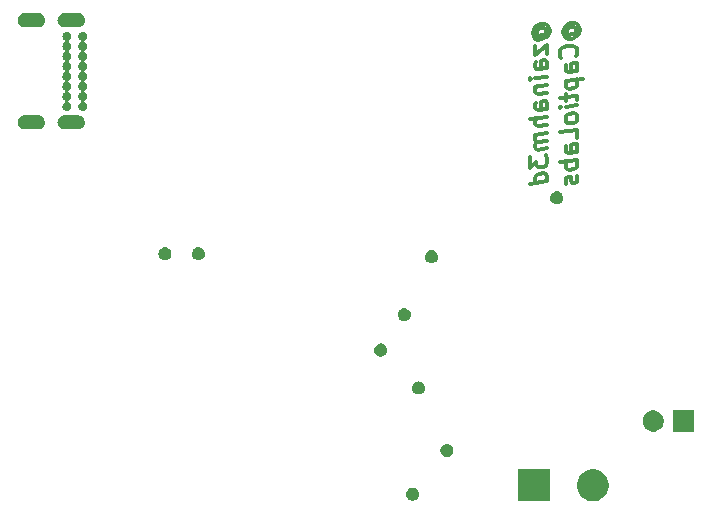
<source format=gbr>
G04 #@! TF.GenerationSoftware,KiCad,Pcbnew,(5.1.5-0-10_14)*
G04 #@! TF.CreationDate,2020-05-29T17:41:24-04:00*
G04 #@! TF.ProjectId,PD_PowerSupply,50445f50-6f77-4657-9253-7570706c792e,rev?*
G04 #@! TF.SameCoordinates,Original*
G04 #@! TF.FileFunction,Soldermask,Bot*
G04 #@! TF.FilePolarity,Negative*
%FSLAX46Y46*%
G04 Gerber Fmt 4.6, Leading zero omitted, Abs format (unit mm)*
G04 Created by KiCad (PCBNEW (5.1.5-0-10_14)) date 2020-05-29 17:41:24*
%MOMM*%
%LPD*%
G04 APERTURE LIST*
%ADD10C,0.300000*%
%ADD11C,0.100000*%
G04 APERTURE END LIST*
D10*
X158278085Y-76117614D02*
X158206657Y-76055114D01*
X158135228Y-75921185D01*
X158135228Y-75778328D01*
X158206657Y-75626542D01*
X158278085Y-75546185D01*
X158420942Y-75456900D01*
X158563800Y-75439042D01*
X158706657Y-75492614D01*
X158778085Y-75555114D01*
X158849514Y-75689042D01*
X158849514Y-75831900D01*
X158778085Y-75983685D01*
X158706657Y-76064042D01*
X158135228Y-76135471D02*
X158706657Y-76064042D01*
X158778085Y-76126542D01*
X158778085Y-76197971D01*
X158706657Y-76349757D01*
X158563800Y-76439042D01*
X158206657Y-76483685D01*
X157992371Y-76367614D01*
X157849514Y-76171185D01*
X157778085Y-75894400D01*
X157849514Y-75599757D01*
X157992371Y-75367614D01*
X158206657Y-75197971D01*
X158492371Y-75090828D01*
X158778085Y-75126542D01*
X158992371Y-75242614D01*
X159135228Y-75439042D01*
X159206657Y-75715828D01*
X159135228Y-76010471D01*
X158992371Y-76242614D01*
X157992371Y-77010471D02*
X157992371Y-77796185D01*
X158992371Y-76885471D01*
X158992371Y-77671185D01*
X158992371Y-78885471D02*
X158206657Y-78983685D01*
X158063800Y-78930114D01*
X157992371Y-78796185D01*
X157992371Y-78510471D01*
X158063800Y-78358685D01*
X158920942Y-78894400D02*
X158992371Y-78742614D01*
X158992371Y-78385471D01*
X158920942Y-78251542D01*
X158778085Y-78197971D01*
X158635228Y-78215828D01*
X158492371Y-78305114D01*
X158420942Y-78456900D01*
X158420942Y-78814042D01*
X158349514Y-78965828D01*
X158992371Y-79599757D02*
X157992371Y-79724757D01*
X157492371Y-79787257D02*
X157563800Y-79706900D01*
X157635228Y-79769400D01*
X157563800Y-79849757D01*
X157492371Y-79787257D01*
X157635228Y-79769400D01*
X157992371Y-80439042D02*
X158992371Y-80314042D01*
X158135228Y-80421185D02*
X158063800Y-80501542D01*
X157992371Y-80653328D01*
X157992371Y-80867614D01*
X158063800Y-81001542D01*
X158206657Y-81055114D01*
X158992371Y-80956900D01*
X158992371Y-82314042D02*
X158206657Y-82412257D01*
X158063800Y-82358685D01*
X157992371Y-82224757D01*
X157992371Y-81939042D01*
X158063800Y-81787257D01*
X158920942Y-82322971D02*
X158992371Y-82171185D01*
X158992371Y-81814042D01*
X158920942Y-81680114D01*
X158778085Y-81626542D01*
X158635228Y-81644400D01*
X158492371Y-81733685D01*
X158420942Y-81885471D01*
X158420942Y-82242614D01*
X158349514Y-82394400D01*
X158992371Y-83028328D02*
X157492371Y-83215828D01*
X158992371Y-83671185D02*
X158206657Y-83769400D01*
X158063800Y-83715828D01*
X157992371Y-83581900D01*
X157992371Y-83367614D01*
X158063800Y-83215828D01*
X158135228Y-83135471D01*
X158992371Y-84385471D02*
X157992371Y-84510471D01*
X158135228Y-84492614D02*
X158063800Y-84572971D01*
X157992371Y-84724757D01*
X157992371Y-84939042D01*
X158063800Y-85072971D01*
X158206657Y-85126542D01*
X158992371Y-85028328D01*
X158206657Y-85126542D02*
X158063800Y-85215828D01*
X157992371Y-85367614D01*
X157992371Y-85581900D01*
X158063800Y-85715828D01*
X158206657Y-85769400D01*
X158992371Y-85671185D01*
X157492371Y-86430114D02*
X157492371Y-87358685D01*
X158063800Y-86787257D01*
X158063800Y-87001542D01*
X158135228Y-87135471D01*
X158206657Y-87197971D01*
X158349514Y-87251542D01*
X158706657Y-87206900D01*
X158849514Y-87117614D01*
X158920942Y-87037257D01*
X158992371Y-86885471D01*
X158992371Y-86456900D01*
X158920942Y-86322971D01*
X158849514Y-86260471D01*
X158992371Y-88456900D02*
X157492371Y-88644400D01*
X158920942Y-88465828D02*
X158992371Y-88314042D01*
X158992371Y-88028328D01*
X158920942Y-87894400D01*
X158849514Y-87831900D01*
X158706657Y-87778328D01*
X158278085Y-87831900D01*
X158135228Y-87921185D01*
X158063800Y-88001542D01*
X157992371Y-88153328D01*
X157992371Y-88439042D01*
X158063800Y-88572971D01*
X160828085Y-76046185D02*
X160756657Y-75983685D01*
X160685228Y-75849757D01*
X160685228Y-75706900D01*
X160756657Y-75555114D01*
X160828085Y-75474757D01*
X160970942Y-75385471D01*
X161113800Y-75367614D01*
X161256657Y-75421185D01*
X161328085Y-75483685D01*
X161399514Y-75617614D01*
X161399514Y-75760471D01*
X161328085Y-75912257D01*
X161256657Y-75992614D01*
X160685228Y-76064042D02*
X161256657Y-75992614D01*
X161328085Y-76055114D01*
X161328085Y-76126542D01*
X161256657Y-76278328D01*
X161113800Y-76367614D01*
X160756657Y-76412257D01*
X160542371Y-76296185D01*
X160399514Y-76099757D01*
X160328085Y-75822971D01*
X160399514Y-75528328D01*
X160542371Y-75296185D01*
X160756657Y-75126542D01*
X161042371Y-75019400D01*
X161328085Y-75055114D01*
X161542371Y-75171185D01*
X161685228Y-75367614D01*
X161756657Y-75644400D01*
X161685228Y-75939042D01*
X161542371Y-76171185D01*
X161399514Y-77831900D02*
X161470942Y-77751542D01*
X161542371Y-77528328D01*
X161542371Y-77385471D01*
X161470942Y-77180114D01*
X161328085Y-77055114D01*
X161185228Y-77001542D01*
X160899514Y-76965828D01*
X160685228Y-76992614D01*
X160399514Y-77099757D01*
X160256657Y-77189042D01*
X160113800Y-77349757D01*
X160042371Y-77572971D01*
X160042371Y-77715828D01*
X160113800Y-77921185D01*
X160185228Y-77983685D01*
X161542371Y-79099757D02*
X160756657Y-79197971D01*
X160613800Y-79144400D01*
X160542371Y-79010471D01*
X160542371Y-78724757D01*
X160613800Y-78572971D01*
X161470942Y-79108685D02*
X161542371Y-78956900D01*
X161542371Y-78599757D01*
X161470942Y-78465828D01*
X161328085Y-78412257D01*
X161185228Y-78430114D01*
X161042371Y-78519400D01*
X160970942Y-78671185D01*
X160970942Y-79028328D01*
X160899514Y-79180114D01*
X160542371Y-79939042D02*
X162042371Y-79751542D01*
X160613800Y-79930114D02*
X160542371Y-80081900D01*
X160542371Y-80367614D01*
X160613800Y-80501542D01*
X160685228Y-80564042D01*
X160828085Y-80617614D01*
X161256657Y-80564042D01*
X161399514Y-80474757D01*
X161470942Y-80394400D01*
X161542371Y-80242614D01*
X161542371Y-79956900D01*
X161470942Y-79822971D01*
X160542371Y-81081900D02*
X160542371Y-81653328D01*
X160042371Y-81358685D02*
X161328085Y-81197971D01*
X161470942Y-81251542D01*
X161542371Y-81385471D01*
X161542371Y-81528328D01*
X161542371Y-82028328D02*
X160542371Y-82153328D01*
X160042371Y-82215828D02*
X160113800Y-82135471D01*
X160185228Y-82197971D01*
X160113800Y-82278328D01*
X160042371Y-82215828D01*
X160185228Y-82197971D01*
X161542371Y-82956900D02*
X161470942Y-82822971D01*
X161399514Y-82760471D01*
X161256657Y-82706900D01*
X160828085Y-82760471D01*
X160685228Y-82849757D01*
X160613800Y-82930114D01*
X160542371Y-83081900D01*
X160542371Y-83296185D01*
X160613800Y-83430114D01*
X160685228Y-83492614D01*
X160828085Y-83546185D01*
X161256657Y-83492614D01*
X161399514Y-83403328D01*
X161470942Y-83322971D01*
X161542371Y-83171185D01*
X161542371Y-82956900D01*
X161542371Y-84814042D02*
X161542371Y-84099757D01*
X160042371Y-84287257D01*
X161542371Y-85956900D02*
X160756657Y-86055114D01*
X160613800Y-86001542D01*
X160542371Y-85867614D01*
X160542371Y-85581900D01*
X160613800Y-85430114D01*
X161470942Y-85965828D02*
X161542371Y-85814042D01*
X161542371Y-85456900D01*
X161470942Y-85322971D01*
X161328085Y-85269400D01*
X161185228Y-85287257D01*
X161042371Y-85376542D01*
X160970942Y-85528328D01*
X160970942Y-85885471D01*
X160899514Y-86037257D01*
X161542371Y-86671185D02*
X160042371Y-86858685D01*
X160613800Y-86787257D02*
X160542371Y-86939042D01*
X160542371Y-87224757D01*
X160613800Y-87358685D01*
X160685228Y-87421185D01*
X160828085Y-87474757D01*
X161256657Y-87421185D01*
X161399514Y-87331900D01*
X161470942Y-87251542D01*
X161542371Y-87099757D01*
X161542371Y-86814042D01*
X161470942Y-86680114D01*
X161470942Y-87965828D02*
X161542371Y-88099757D01*
X161542371Y-88385471D01*
X161470942Y-88537257D01*
X161328085Y-88626542D01*
X161256657Y-88635471D01*
X161113800Y-88581900D01*
X161042371Y-88447971D01*
X161042371Y-88233685D01*
X160970942Y-88099757D01*
X160828085Y-88046185D01*
X160756657Y-88055114D01*
X160613800Y-88144400D01*
X160542371Y-88296185D01*
X160542371Y-88510471D01*
X160613800Y-88644400D01*
D11*
G36*
X163248872Y-112882918D02*
G01*
X163494739Y-112984759D01*
X163606128Y-113059187D01*
X163716011Y-113132609D01*
X163904191Y-113320789D01*
X164052042Y-113542063D01*
X164153882Y-113787928D01*
X164205800Y-114048937D01*
X164205800Y-114315063D01*
X164153882Y-114576072D01*
X164052042Y-114821937D01*
X163904191Y-115043211D01*
X163716011Y-115231391D01*
X163606128Y-115304813D01*
X163494739Y-115379241D01*
X163494738Y-115379242D01*
X163494737Y-115379242D01*
X163248872Y-115481082D01*
X162987863Y-115533000D01*
X162721737Y-115533000D01*
X162460728Y-115481082D01*
X162214863Y-115379242D01*
X162214862Y-115379242D01*
X162214861Y-115379241D01*
X162103472Y-115304813D01*
X161993589Y-115231391D01*
X161805409Y-115043211D01*
X161657558Y-114821937D01*
X161555718Y-114576072D01*
X161503800Y-114315063D01*
X161503800Y-114048937D01*
X161555718Y-113787928D01*
X161657558Y-113542063D01*
X161805409Y-113320789D01*
X161993589Y-113132609D01*
X162103472Y-113059187D01*
X162214861Y-112984759D01*
X162460728Y-112882918D01*
X162721737Y-112831000D01*
X162987863Y-112831000D01*
X163248872Y-112882918D01*
G37*
G36*
X159205800Y-115533000D02*
G01*
X156503800Y-115533000D01*
X156503800Y-112831000D01*
X159205800Y-112831000D01*
X159205800Y-115533000D01*
G37*
G36*
X147753921Y-114414174D02*
G01*
X147854195Y-114455709D01*
X147854196Y-114455710D01*
X147944442Y-114516010D01*
X148021190Y-114592758D01*
X148021191Y-114592760D01*
X148081491Y-114683005D01*
X148123026Y-114783279D01*
X148144200Y-114889730D01*
X148144200Y-114998270D01*
X148123026Y-115104721D01*
X148081491Y-115204995D01*
X148081490Y-115204996D01*
X148021190Y-115295242D01*
X147944442Y-115371990D01*
X147899012Y-115402345D01*
X147854195Y-115432291D01*
X147753921Y-115473826D01*
X147647470Y-115495000D01*
X147538930Y-115495000D01*
X147432479Y-115473826D01*
X147332205Y-115432291D01*
X147287388Y-115402345D01*
X147241958Y-115371990D01*
X147165210Y-115295242D01*
X147104910Y-115204996D01*
X147104909Y-115204995D01*
X147063374Y-115104721D01*
X147042200Y-114998270D01*
X147042200Y-114889730D01*
X147063374Y-114783279D01*
X147104909Y-114683005D01*
X147165209Y-114592760D01*
X147165210Y-114592758D01*
X147241958Y-114516010D01*
X147332204Y-114455710D01*
X147332205Y-114455709D01*
X147432479Y-114414174D01*
X147538930Y-114393000D01*
X147647470Y-114393000D01*
X147753921Y-114414174D01*
G37*
G36*
X150649521Y-110704574D02*
G01*
X150749795Y-110746109D01*
X150749796Y-110746110D01*
X150840042Y-110806410D01*
X150916790Y-110883158D01*
X150916791Y-110883160D01*
X150977091Y-110973405D01*
X151018626Y-111073679D01*
X151039800Y-111180130D01*
X151039800Y-111288670D01*
X151018626Y-111395121D01*
X150977091Y-111495395D01*
X150977090Y-111495396D01*
X150916790Y-111585642D01*
X150840042Y-111662390D01*
X150794612Y-111692745D01*
X150749795Y-111722691D01*
X150649521Y-111764226D01*
X150543070Y-111785400D01*
X150434530Y-111785400D01*
X150328079Y-111764226D01*
X150227805Y-111722691D01*
X150182988Y-111692745D01*
X150137558Y-111662390D01*
X150060810Y-111585642D01*
X150000510Y-111495396D01*
X150000509Y-111495395D01*
X149958974Y-111395121D01*
X149937800Y-111288670D01*
X149937800Y-111180130D01*
X149958974Y-111073679D01*
X150000509Y-110973405D01*
X150060809Y-110883160D01*
X150060810Y-110883158D01*
X150137558Y-110806410D01*
X150227804Y-110746110D01*
X150227805Y-110746109D01*
X150328079Y-110704574D01*
X150434530Y-110683400D01*
X150543070Y-110683400D01*
X150649521Y-110704574D01*
G37*
G36*
X171405000Y-109647400D02*
G01*
X169603000Y-109647400D01*
X169603000Y-107845400D01*
X171405000Y-107845400D01*
X171405000Y-109647400D01*
G37*
G36*
X168077512Y-107850327D02*
G01*
X168226812Y-107880024D01*
X168390784Y-107947944D01*
X168538354Y-108046547D01*
X168663853Y-108172046D01*
X168762456Y-108319616D01*
X168830376Y-108483588D01*
X168865000Y-108657659D01*
X168865000Y-108835141D01*
X168830376Y-109009212D01*
X168762456Y-109173184D01*
X168663853Y-109320754D01*
X168538354Y-109446253D01*
X168390784Y-109544856D01*
X168226812Y-109612776D01*
X168077512Y-109642473D01*
X168052742Y-109647400D01*
X167875258Y-109647400D01*
X167850488Y-109642473D01*
X167701188Y-109612776D01*
X167537216Y-109544856D01*
X167389646Y-109446253D01*
X167264147Y-109320754D01*
X167165544Y-109173184D01*
X167097624Y-109009212D01*
X167063000Y-108835141D01*
X167063000Y-108657659D01*
X167097624Y-108483588D01*
X167165544Y-108319616D01*
X167264147Y-108172046D01*
X167389646Y-108046547D01*
X167537216Y-107947944D01*
X167701188Y-107880024D01*
X167850488Y-107850327D01*
X167875258Y-107845400D01*
X168052742Y-107845400D01*
X168077512Y-107850327D01*
G37*
G36*
X148249521Y-105404574D02*
G01*
X148349795Y-105446109D01*
X148349796Y-105446110D01*
X148440042Y-105506410D01*
X148516790Y-105583158D01*
X148516791Y-105583160D01*
X148577091Y-105673405D01*
X148618626Y-105773679D01*
X148639800Y-105880130D01*
X148639800Y-105988670D01*
X148618626Y-106095121D01*
X148577091Y-106195395D01*
X148577090Y-106195396D01*
X148516790Y-106285642D01*
X148440042Y-106362390D01*
X148394612Y-106392745D01*
X148349795Y-106422691D01*
X148249521Y-106464226D01*
X148143070Y-106485400D01*
X148034530Y-106485400D01*
X147928079Y-106464226D01*
X147827805Y-106422691D01*
X147782988Y-106392745D01*
X147737558Y-106362390D01*
X147660810Y-106285642D01*
X147600510Y-106195396D01*
X147600509Y-106195395D01*
X147558974Y-106095121D01*
X147537800Y-105988670D01*
X147537800Y-105880130D01*
X147558974Y-105773679D01*
X147600509Y-105673405D01*
X147660809Y-105583160D01*
X147660810Y-105583158D01*
X147737558Y-105506410D01*
X147827804Y-105446110D01*
X147827805Y-105446109D01*
X147928079Y-105404574D01*
X148034530Y-105383400D01*
X148143070Y-105383400D01*
X148249521Y-105404574D01*
G37*
G36*
X145049521Y-102204574D02*
G01*
X145149795Y-102246109D01*
X145149796Y-102246110D01*
X145240042Y-102306410D01*
X145316790Y-102383158D01*
X145316791Y-102383160D01*
X145377091Y-102473405D01*
X145418626Y-102573679D01*
X145439800Y-102680130D01*
X145439800Y-102788670D01*
X145418626Y-102895121D01*
X145377091Y-102995395D01*
X145377090Y-102995396D01*
X145316790Y-103085642D01*
X145240042Y-103162390D01*
X145194612Y-103192745D01*
X145149795Y-103222691D01*
X145049521Y-103264226D01*
X144943070Y-103285400D01*
X144834530Y-103285400D01*
X144728079Y-103264226D01*
X144627805Y-103222691D01*
X144582988Y-103192745D01*
X144537558Y-103162390D01*
X144460810Y-103085642D01*
X144400510Y-102995396D01*
X144400509Y-102995395D01*
X144358974Y-102895121D01*
X144337800Y-102788670D01*
X144337800Y-102680130D01*
X144358974Y-102573679D01*
X144400509Y-102473405D01*
X144460809Y-102383160D01*
X144460810Y-102383158D01*
X144537558Y-102306410D01*
X144627804Y-102246110D01*
X144627805Y-102246109D01*
X144728079Y-102204574D01*
X144834530Y-102183400D01*
X144943070Y-102183400D01*
X145049521Y-102204574D01*
G37*
G36*
X147049521Y-99204574D02*
G01*
X147149795Y-99246109D01*
X147149796Y-99246110D01*
X147240042Y-99306410D01*
X147316790Y-99383158D01*
X147316791Y-99383160D01*
X147377091Y-99473405D01*
X147418626Y-99573679D01*
X147439800Y-99680130D01*
X147439800Y-99788670D01*
X147418626Y-99895121D01*
X147377091Y-99995395D01*
X147377090Y-99995396D01*
X147316790Y-100085642D01*
X147240042Y-100162390D01*
X147194612Y-100192745D01*
X147149795Y-100222691D01*
X147049521Y-100264226D01*
X146943070Y-100285400D01*
X146834530Y-100285400D01*
X146728079Y-100264226D01*
X146627805Y-100222691D01*
X146582988Y-100192745D01*
X146537558Y-100162390D01*
X146460810Y-100085642D01*
X146400510Y-99995396D01*
X146400509Y-99995395D01*
X146358974Y-99895121D01*
X146337800Y-99788670D01*
X146337800Y-99680130D01*
X146358974Y-99573679D01*
X146400509Y-99473405D01*
X146460809Y-99383160D01*
X146460810Y-99383158D01*
X146537558Y-99306410D01*
X146627804Y-99246110D01*
X146627805Y-99246109D01*
X146728079Y-99204574D01*
X146834530Y-99183400D01*
X146943070Y-99183400D01*
X147049521Y-99204574D01*
G37*
G36*
X149349521Y-94304574D02*
G01*
X149449795Y-94346109D01*
X149449796Y-94346110D01*
X149540042Y-94406410D01*
X149616790Y-94483158D01*
X149616791Y-94483160D01*
X149677091Y-94573405D01*
X149718626Y-94673679D01*
X149739800Y-94780130D01*
X149739800Y-94888670D01*
X149718626Y-94995121D01*
X149677091Y-95095395D01*
X149677090Y-95095396D01*
X149616790Y-95185642D01*
X149540042Y-95262390D01*
X149494612Y-95292745D01*
X149449795Y-95322691D01*
X149349521Y-95364226D01*
X149243070Y-95385400D01*
X149134530Y-95385400D01*
X149028079Y-95364226D01*
X148927805Y-95322691D01*
X148882988Y-95292745D01*
X148837558Y-95262390D01*
X148760810Y-95185642D01*
X148700510Y-95095396D01*
X148700509Y-95095395D01*
X148658974Y-94995121D01*
X148637800Y-94888670D01*
X148637800Y-94780130D01*
X148658974Y-94673679D01*
X148700509Y-94573405D01*
X148760809Y-94483160D01*
X148760810Y-94483158D01*
X148837558Y-94406410D01*
X148927804Y-94346110D01*
X148927805Y-94346109D01*
X149028079Y-94304574D01*
X149134530Y-94283400D01*
X149243070Y-94283400D01*
X149349521Y-94304574D01*
G37*
G36*
X129618321Y-94043374D02*
G01*
X129718595Y-94084909D01*
X129718596Y-94084910D01*
X129808842Y-94145210D01*
X129885590Y-94221958D01*
X129885591Y-94221960D01*
X129945891Y-94312205D01*
X129987426Y-94412479D01*
X130008600Y-94518930D01*
X130008600Y-94627470D01*
X129987426Y-94733921D01*
X129945891Y-94834195D01*
X129945890Y-94834196D01*
X129885590Y-94924442D01*
X129808842Y-95001190D01*
X129763412Y-95031545D01*
X129718595Y-95061491D01*
X129618321Y-95103026D01*
X129511870Y-95124200D01*
X129403330Y-95124200D01*
X129296879Y-95103026D01*
X129196605Y-95061491D01*
X129151788Y-95031545D01*
X129106358Y-95001190D01*
X129029610Y-94924442D01*
X128969310Y-94834196D01*
X128969309Y-94834195D01*
X128927774Y-94733921D01*
X128906600Y-94627470D01*
X128906600Y-94518930D01*
X128927774Y-94412479D01*
X128969309Y-94312205D01*
X129029609Y-94221960D01*
X129029610Y-94221958D01*
X129106358Y-94145210D01*
X129196604Y-94084910D01*
X129196605Y-94084909D01*
X129296879Y-94043374D01*
X129403330Y-94022200D01*
X129511870Y-94022200D01*
X129618321Y-94043374D01*
G37*
G36*
X126773521Y-94043374D02*
G01*
X126873795Y-94084909D01*
X126873796Y-94084910D01*
X126964042Y-94145210D01*
X127040790Y-94221958D01*
X127040791Y-94221960D01*
X127101091Y-94312205D01*
X127142626Y-94412479D01*
X127163800Y-94518930D01*
X127163800Y-94627470D01*
X127142626Y-94733921D01*
X127101091Y-94834195D01*
X127101090Y-94834196D01*
X127040790Y-94924442D01*
X126964042Y-95001190D01*
X126918612Y-95031545D01*
X126873795Y-95061491D01*
X126773521Y-95103026D01*
X126667070Y-95124200D01*
X126558530Y-95124200D01*
X126452079Y-95103026D01*
X126351805Y-95061491D01*
X126306988Y-95031545D01*
X126261558Y-95001190D01*
X126184810Y-94924442D01*
X126124510Y-94834196D01*
X126124509Y-94834195D01*
X126082974Y-94733921D01*
X126061800Y-94627470D01*
X126061800Y-94518930D01*
X126082974Y-94412479D01*
X126124509Y-94312205D01*
X126184809Y-94221960D01*
X126184810Y-94221958D01*
X126261558Y-94145210D01*
X126351804Y-94084910D01*
X126351805Y-94084909D01*
X126452079Y-94043374D01*
X126558530Y-94022200D01*
X126667070Y-94022200D01*
X126773521Y-94043374D01*
G37*
G36*
X159949521Y-89304574D02*
G01*
X160049795Y-89346109D01*
X160049796Y-89346110D01*
X160140042Y-89406410D01*
X160216790Y-89483158D01*
X160216791Y-89483160D01*
X160277091Y-89573405D01*
X160318626Y-89673679D01*
X160339800Y-89780130D01*
X160339800Y-89888670D01*
X160318626Y-89995121D01*
X160277091Y-90095395D01*
X160277090Y-90095396D01*
X160216790Y-90185642D01*
X160140042Y-90262390D01*
X160094612Y-90292745D01*
X160049795Y-90322691D01*
X159949521Y-90364226D01*
X159843070Y-90385400D01*
X159734530Y-90385400D01*
X159628079Y-90364226D01*
X159527805Y-90322691D01*
X159482988Y-90292745D01*
X159437558Y-90262390D01*
X159360810Y-90185642D01*
X159300510Y-90095396D01*
X159300509Y-90095395D01*
X159258974Y-89995121D01*
X159237800Y-89888670D01*
X159237800Y-89780130D01*
X159258974Y-89673679D01*
X159300509Y-89573405D01*
X159360809Y-89483160D01*
X159360810Y-89483158D01*
X159437558Y-89406410D01*
X159527804Y-89346110D01*
X159527805Y-89346109D01*
X159628079Y-89304574D01*
X159734530Y-89283400D01*
X159843070Y-89283400D01*
X159949521Y-89304574D01*
G37*
G36*
X119298346Y-82852918D02*
G01*
X119357601Y-82858754D01*
X119471644Y-82893349D01*
X119576746Y-82949527D01*
X119576747Y-82949528D01*
X119576749Y-82949529D01*
X119668870Y-83025130D01*
X119744471Y-83117251D01*
X119744473Y-83117254D01*
X119800651Y-83222356D01*
X119835246Y-83336399D01*
X119846927Y-83455000D01*
X119835246Y-83573601D01*
X119800651Y-83687644D01*
X119744473Y-83792746D01*
X119744471Y-83792749D01*
X119668870Y-83884870D01*
X119576749Y-83960471D01*
X119576747Y-83960472D01*
X119576746Y-83960473D01*
X119471644Y-84016651D01*
X119357601Y-84051246D01*
X119298346Y-84057082D01*
X119268720Y-84060000D01*
X118101280Y-84060000D01*
X118071654Y-84057082D01*
X118012399Y-84051246D01*
X117898356Y-84016651D01*
X117793254Y-83960473D01*
X117793253Y-83960472D01*
X117793251Y-83960471D01*
X117701130Y-83884870D01*
X117625529Y-83792749D01*
X117625527Y-83792746D01*
X117569349Y-83687644D01*
X117534754Y-83573601D01*
X117523073Y-83455000D01*
X117534754Y-83336399D01*
X117569349Y-83222356D01*
X117625527Y-83117254D01*
X117625529Y-83117251D01*
X117701130Y-83025130D01*
X117793251Y-82949529D01*
X117793253Y-82949528D01*
X117793254Y-82949527D01*
X117898356Y-82893349D01*
X118012399Y-82858754D01*
X118071654Y-82852918D01*
X118101280Y-82850000D01*
X119268720Y-82850000D01*
X119298346Y-82852918D01*
G37*
G36*
X115918346Y-82852918D02*
G01*
X115977601Y-82858754D01*
X116091644Y-82893349D01*
X116196746Y-82949527D01*
X116196747Y-82949528D01*
X116196749Y-82949529D01*
X116288870Y-83025130D01*
X116364471Y-83117251D01*
X116364473Y-83117254D01*
X116420651Y-83222356D01*
X116455246Y-83336399D01*
X116466927Y-83455000D01*
X116455246Y-83573601D01*
X116420651Y-83687644D01*
X116364473Y-83792746D01*
X116364471Y-83792749D01*
X116288870Y-83884870D01*
X116196749Y-83960471D01*
X116196747Y-83960472D01*
X116196746Y-83960473D01*
X116091644Y-84016651D01*
X115977601Y-84051246D01*
X115918346Y-84057082D01*
X115888720Y-84060000D01*
X114721280Y-84060000D01*
X114691654Y-84057082D01*
X114632399Y-84051246D01*
X114518356Y-84016651D01*
X114413254Y-83960473D01*
X114413253Y-83960472D01*
X114413251Y-83960471D01*
X114321130Y-83884870D01*
X114245529Y-83792749D01*
X114245527Y-83792746D01*
X114189349Y-83687644D01*
X114154754Y-83573601D01*
X114143073Y-83455000D01*
X114154754Y-83336399D01*
X114189349Y-83222356D01*
X114245527Y-83117254D01*
X114245529Y-83117251D01*
X114321130Y-83025130D01*
X114413251Y-82949529D01*
X114413253Y-82949528D01*
X114413254Y-82949527D01*
X114518356Y-82893349D01*
X114632399Y-82858754D01*
X114691654Y-82852918D01*
X114721280Y-82850000D01*
X115888720Y-82850000D01*
X115918346Y-82852918D01*
G37*
G36*
X118424672Y-75793449D02*
G01*
X118424674Y-75793450D01*
X118424675Y-75793450D01*
X118493103Y-75821793D01*
X118554686Y-75862942D01*
X118607058Y-75915314D01*
X118648207Y-75976897D01*
X118676550Y-76045325D01*
X118691000Y-76117967D01*
X118691000Y-76192033D01*
X118676550Y-76264675D01*
X118648207Y-76333103D01*
X118607058Y-76394686D01*
X118554686Y-76447058D01*
X118511263Y-76476073D01*
X118492328Y-76491612D01*
X118476783Y-76510554D01*
X118465232Y-76532165D01*
X118458119Y-76555614D01*
X118455717Y-76580000D01*
X118458119Y-76604386D01*
X118465232Y-76627835D01*
X118476783Y-76649446D01*
X118492328Y-76668388D01*
X118511263Y-76683927D01*
X118554686Y-76712942D01*
X118607058Y-76765314D01*
X118648207Y-76826897D01*
X118676550Y-76895325D01*
X118691000Y-76967967D01*
X118691000Y-77042033D01*
X118676550Y-77114675D01*
X118648207Y-77183103D01*
X118607058Y-77244686D01*
X118554686Y-77297058D01*
X118511263Y-77326073D01*
X118492328Y-77341612D01*
X118476783Y-77360554D01*
X118465232Y-77382165D01*
X118458119Y-77405614D01*
X118455717Y-77430000D01*
X118458119Y-77454386D01*
X118465232Y-77477835D01*
X118476783Y-77499446D01*
X118492328Y-77518388D01*
X118511263Y-77533927D01*
X118554686Y-77562942D01*
X118607058Y-77615314D01*
X118648207Y-77676897D01*
X118676550Y-77745325D01*
X118691000Y-77817967D01*
X118691000Y-77892033D01*
X118676550Y-77964675D01*
X118648207Y-78033103D01*
X118607058Y-78094686D01*
X118554686Y-78147058D01*
X118511263Y-78176073D01*
X118492328Y-78191612D01*
X118476783Y-78210554D01*
X118465232Y-78232165D01*
X118458119Y-78255614D01*
X118455717Y-78280000D01*
X118458119Y-78304386D01*
X118465232Y-78327835D01*
X118476783Y-78349446D01*
X118492328Y-78368388D01*
X118511263Y-78383927D01*
X118554686Y-78412942D01*
X118607058Y-78465314D01*
X118648207Y-78526897D01*
X118676550Y-78595325D01*
X118691000Y-78667967D01*
X118691000Y-78742033D01*
X118676550Y-78814675D01*
X118648207Y-78883103D01*
X118607058Y-78944686D01*
X118554686Y-78997058D01*
X118511263Y-79026073D01*
X118492328Y-79041612D01*
X118476783Y-79060554D01*
X118465232Y-79082165D01*
X118458119Y-79105614D01*
X118455717Y-79130000D01*
X118458119Y-79154386D01*
X118465232Y-79177835D01*
X118476783Y-79199446D01*
X118492328Y-79218388D01*
X118511263Y-79233927D01*
X118554686Y-79262942D01*
X118607058Y-79315314D01*
X118648207Y-79376897D01*
X118676550Y-79445325D01*
X118691000Y-79517967D01*
X118691000Y-79592033D01*
X118676550Y-79664675D01*
X118648207Y-79733103D01*
X118607058Y-79794686D01*
X118554686Y-79847058D01*
X118511263Y-79876073D01*
X118492328Y-79891612D01*
X118476783Y-79910554D01*
X118465232Y-79932165D01*
X118458119Y-79955614D01*
X118455717Y-79980000D01*
X118458119Y-80004386D01*
X118465232Y-80027835D01*
X118476783Y-80049446D01*
X118492328Y-80068388D01*
X118511263Y-80083927D01*
X118554686Y-80112942D01*
X118607058Y-80165314D01*
X118648207Y-80226897D01*
X118676550Y-80295325D01*
X118691000Y-80367967D01*
X118691000Y-80442033D01*
X118676550Y-80514675D01*
X118648207Y-80583103D01*
X118607058Y-80644686D01*
X118554686Y-80697058D01*
X118511263Y-80726073D01*
X118492328Y-80741612D01*
X118476783Y-80760554D01*
X118465232Y-80782165D01*
X118458119Y-80805614D01*
X118455717Y-80830000D01*
X118458119Y-80854386D01*
X118465232Y-80877835D01*
X118476783Y-80899446D01*
X118492328Y-80918388D01*
X118511263Y-80933927D01*
X118554686Y-80962942D01*
X118607058Y-81015314D01*
X118648207Y-81076897D01*
X118676550Y-81145325D01*
X118691000Y-81217967D01*
X118691000Y-81292033D01*
X118676550Y-81364675D01*
X118648207Y-81433103D01*
X118607058Y-81494686D01*
X118554686Y-81547058D01*
X118511263Y-81576073D01*
X118492328Y-81591612D01*
X118476783Y-81610554D01*
X118465232Y-81632165D01*
X118458119Y-81655614D01*
X118455717Y-81680000D01*
X118458119Y-81704386D01*
X118465232Y-81727835D01*
X118476783Y-81749446D01*
X118492328Y-81768388D01*
X118511263Y-81783927D01*
X118554686Y-81812942D01*
X118607058Y-81865314D01*
X118648207Y-81926897D01*
X118676550Y-81995325D01*
X118691000Y-82067967D01*
X118691000Y-82142033D01*
X118676550Y-82214675D01*
X118648207Y-82283103D01*
X118607058Y-82344686D01*
X118554686Y-82397058D01*
X118493103Y-82438207D01*
X118424675Y-82466550D01*
X118424674Y-82466550D01*
X118424672Y-82466551D01*
X118352034Y-82481000D01*
X118277966Y-82481000D01*
X118205328Y-82466551D01*
X118205326Y-82466550D01*
X118205325Y-82466550D01*
X118136897Y-82438207D01*
X118075314Y-82397058D01*
X118022942Y-82344686D01*
X117981793Y-82283103D01*
X117953450Y-82214675D01*
X117939000Y-82142033D01*
X117939000Y-82067967D01*
X117953450Y-81995325D01*
X117981793Y-81926897D01*
X118022942Y-81865314D01*
X118075314Y-81812942D01*
X118118737Y-81783927D01*
X118137672Y-81768388D01*
X118153217Y-81749446D01*
X118164768Y-81727835D01*
X118171881Y-81704386D01*
X118174283Y-81680000D01*
X118171881Y-81655614D01*
X118164768Y-81632165D01*
X118153217Y-81610554D01*
X118137672Y-81591612D01*
X118118737Y-81576073D01*
X118075314Y-81547058D01*
X118022942Y-81494686D01*
X117981793Y-81433103D01*
X117953450Y-81364675D01*
X117939000Y-81292033D01*
X117939000Y-81217967D01*
X117953450Y-81145325D01*
X117981793Y-81076897D01*
X118022942Y-81015314D01*
X118075314Y-80962942D01*
X118118737Y-80933927D01*
X118137672Y-80918388D01*
X118153217Y-80899446D01*
X118164768Y-80877835D01*
X118171881Y-80854386D01*
X118174283Y-80830000D01*
X118171881Y-80805614D01*
X118164768Y-80782165D01*
X118153217Y-80760554D01*
X118137672Y-80741612D01*
X118118737Y-80726073D01*
X118075314Y-80697058D01*
X118022942Y-80644686D01*
X117981793Y-80583103D01*
X117953450Y-80514675D01*
X117939000Y-80442033D01*
X117939000Y-80367967D01*
X117953450Y-80295325D01*
X117981793Y-80226897D01*
X118022942Y-80165314D01*
X118075314Y-80112942D01*
X118118737Y-80083927D01*
X118137672Y-80068388D01*
X118153217Y-80049446D01*
X118164768Y-80027835D01*
X118171881Y-80004386D01*
X118174283Y-79980000D01*
X118171881Y-79955614D01*
X118164768Y-79932165D01*
X118153217Y-79910554D01*
X118137672Y-79891612D01*
X118118737Y-79876073D01*
X118075314Y-79847058D01*
X118022942Y-79794686D01*
X117981793Y-79733103D01*
X117953450Y-79664675D01*
X117939000Y-79592033D01*
X117939000Y-79517967D01*
X117953450Y-79445325D01*
X117981793Y-79376897D01*
X118022942Y-79315314D01*
X118075314Y-79262942D01*
X118118737Y-79233927D01*
X118137672Y-79218388D01*
X118153217Y-79199446D01*
X118164768Y-79177835D01*
X118171881Y-79154386D01*
X118174283Y-79130000D01*
X118171881Y-79105614D01*
X118164768Y-79082165D01*
X118153217Y-79060554D01*
X118137672Y-79041612D01*
X118118737Y-79026073D01*
X118075314Y-78997058D01*
X118022942Y-78944686D01*
X117981793Y-78883103D01*
X117953450Y-78814675D01*
X117939000Y-78742033D01*
X117939000Y-78667967D01*
X117953450Y-78595325D01*
X117981793Y-78526897D01*
X118022942Y-78465314D01*
X118075314Y-78412942D01*
X118118737Y-78383927D01*
X118137672Y-78368388D01*
X118153217Y-78349446D01*
X118164768Y-78327835D01*
X118171881Y-78304386D01*
X118174283Y-78280000D01*
X118171881Y-78255614D01*
X118164768Y-78232165D01*
X118153217Y-78210554D01*
X118137672Y-78191612D01*
X118118737Y-78176073D01*
X118075314Y-78147058D01*
X118022942Y-78094686D01*
X117981793Y-78033103D01*
X117953450Y-77964675D01*
X117939000Y-77892033D01*
X117939000Y-77817967D01*
X117953450Y-77745325D01*
X117981793Y-77676897D01*
X118022942Y-77615314D01*
X118075314Y-77562942D01*
X118118737Y-77533927D01*
X118137672Y-77518388D01*
X118153217Y-77499446D01*
X118164768Y-77477835D01*
X118171881Y-77454386D01*
X118174283Y-77430000D01*
X118171881Y-77405614D01*
X118164768Y-77382165D01*
X118153217Y-77360554D01*
X118137672Y-77341612D01*
X118118737Y-77326073D01*
X118075314Y-77297058D01*
X118022942Y-77244686D01*
X117981793Y-77183103D01*
X117953450Y-77114675D01*
X117939000Y-77042033D01*
X117939000Y-76967967D01*
X117953450Y-76895325D01*
X117981793Y-76826897D01*
X118022942Y-76765314D01*
X118075314Y-76712942D01*
X118118737Y-76683927D01*
X118137672Y-76668388D01*
X118153217Y-76649446D01*
X118164768Y-76627835D01*
X118171881Y-76604386D01*
X118174283Y-76580000D01*
X118171881Y-76555614D01*
X118164768Y-76532165D01*
X118153217Y-76510554D01*
X118137672Y-76491612D01*
X118118737Y-76476073D01*
X118075314Y-76447058D01*
X118022942Y-76394686D01*
X117981793Y-76333103D01*
X117953450Y-76264675D01*
X117939000Y-76192033D01*
X117939000Y-76117967D01*
X117953450Y-76045325D01*
X117981793Y-75976897D01*
X118022942Y-75915314D01*
X118075314Y-75862942D01*
X118136897Y-75821793D01*
X118205325Y-75793450D01*
X118205326Y-75793450D01*
X118205328Y-75793449D01*
X118277966Y-75779000D01*
X118352034Y-75779000D01*
X118424672Y-75793449D01*
G37*
G36*
X119774672Y-75793449D02*
G01*
X119774674Y-75793450D01*
X119774675Y-75793450D01*
X119843103Y-75821793D01*
X119904686Y-75862942D01*
X119957058Y-75915314D01*
X119998207Y-75976897D01*
X120026550Y-76045325D01*
X120041000Y-76117967D01*
X120041000Y-76192033D01*
X120026550Y-76264675D01*
X119998207Y-76333103D01*
X119957058Y-76394686D01*
X119904686Y-76447058D01*
X119861263Y-76476073D01*
X119842328Y-76491612D01*
X119826783Y-76510554D01*
X119815232Y-76532165D01*
X119808119Y-76555614D01*
X119805717Y-76580000D01*
X119808119Y-76604386D01*
X119815232Y-76627835D01*
X119826783Y-76649446D01*
X119842328Y-76668388D01*
X119861263Y-76683927D01*
X119904686Y-76712942D01*
X119957058Y-76765314D01*
X119998207Y-76826897D01*
X120026550Y-76895325D01*
X120041000Y-76967967D01*
X120041000Y-77042033D01*
X120026550Y-77114675D01*
X119998207Y-77183103D01*
X119957058Y-77244686D01*
X119904686Y-77297058D01*
X119861263Y-77326073D01*
X119842328Y-77341612D01*
X119826783Y-77360554D01*
X119815232Y-77382165D01*
X119808119Y-77405614D01*
X119805717Y-77430000D01*
X119808119Y-77454386D01*
X119815232Y-77477835D01*
X119826783Y-77499446D01*
X119842328Y-77518388D01*
X119861263Y-77533927D01*
X119904686Y-77562942D01*
X119957058Y-77615314D01*
X119998207Y-77676897D01*
X120026550Y-77745325D01*
X120041000Y-77817967D01*
X120041000Y-77892033D01*
X120026550Y-77964675D01*
X119998207Y-78033103D01*
X119957058Y-78094686D01*
X119904686Y-78147058D01*
X119861263Y-78176073D01*
X119842328Y-78191612D01*
X119826783Y-78210554D01*
X119815232Y-78232165D01*
X119808119Y-78255614D01*
X119805717Y-78280000D01*
X119808119Y-78304386D01*
X119815232Y-78327835D01*
X119826783Y-78349446D01*
X119842328Y-78368388D01*
X119861263Y-78383927D01*
X119904686Y-78412942D01*
X119957058Y-78465314D01*
X119998207Y-78526897D01*
X120026550Y-78595325D01*
X120041000Y-78667967D01*
X120041000Y-78742033D01*
X120026550Y-78814675D01*
X119998207Y-78883103D01*
X119957058Y-78944686D01*
X119904686Y-78997058D01*
X119861263Y-79026073D01*
X119842328Y-79041612D01*
X119826783Y-79060554D01*
X119815232Y-79082165D01*
X119808119Y-79105614D01*
X119805717Y-79130000D01*
X119808119Y-79154386D01*
X119815232Y-79177835D01*
X119826783Y-79199446D01*
X119842328Y-79218388D01*
X119861263Y-79233927D01*
X119904686Y-79262942D01*
X119957058Y-79315314D01*
X119998207Y-79376897D01*
X120026550Y-79445325D01*
X120041000Y-79517967D01*
X120041000Y-79592033D01*
X120026550Y-79664675D01*
X119998207Y-79733103D01*
X119957058Y-79794686D01*
X119904686Y-79847058D01*
X119861263Y-79876073D01*
X119842328Y-79891612D01*
X119826783Y-79910554D01*
X119815232Y-79932165D01*
X119808119Y-79955614D01*
X119805717Y-79980000D01*
X119808119Y-80004386D01*
X119815232Y-80027835D01*
X119826783Y-80049446D01*
X119842328Y-80068388D01*
X119861263Y-80083927D01*
X119904686Y-80112942D01*
X119957058Y-80165314D01*
X119998207Y-80226897D01*
X120026550Y-80295325D01*
X120041000Y-80367967D01*
X120041000Y-80442033D01*
X120026550Y-80514675D01*
X119998207Y-80583103D01*
X119957058Y-80644686D01*
X119904686Y-80697058D01*
X119861263Y-80726073D01*
X119842328Y-80741612D01*
X119826783Y-80760554D01*
X119815232Y-80782165D01*
X119808119Y-80805614D01*
X119805717Y-80830000D01*
X119808119Y-80854386D01*
X119815232Y-80877835D01*
X119826783Y-80899446D01*
X119842328Y-80918388D01*
X119861263Y-80933927D01*
X119904686Y-80962942D01*
X119957058Y-81015314D01*
X119998207Y-81076897D01*
X120026550Y-81145325D01*
X120041000Y-81217967D01*
X120041000Y-81292033D01*
X120026550Y-81364675D01*
X119998207Y-81433103D01*
X119957058Y-81494686D01*
X119904686Y-81547058D01*
X119861263Y-81576073D01*
X119842328Y-81591612D01*
X119826783Y-81610554D01*
X119815232Y-81632165D01*
X119808119Y-81655614D01*
X119805717Y-81680000D01*
X119808119Y-81704386D01*
X119815232Y-81727835D01*
X119826783Y-81749446D01*
X119842328Y-81768388D01*
X119861263Y-81783927D01*
X119904686Y-81812942D01*
X119957058Y-81865314D01*
X119998207Y-81926897D01*
X120026550Y-81995325D01*
X120041000Y-82067967D01*
X120041000Y-82142033D01*
X120026550Y-82214675D01*
X119998207Y-82283103D01*
X119957058Y-82344686D01*
X119904686Y-82397058D01*
X119843103Y-82438207D01*
X119774675Y-82466550D01*
X119774674Y-82466550D01*
X119774672Y-82466551D01*
X119702034Y-82481000D01*
X119627966Y-82481000D01*
X119555328Y-82466551D01*
X119555326Y-82466550D01*
X119555325Y-82466550D01*
X119486897Y-82438207D01*
X119425314Y-82397058D01*
X119372942Y-82344686D01*
X119331793Y-82283103D01*
X119303450Y-82214675D01*
X119289000Y-82142033D01*
X119289000Y-82067967D01*
X119303450Y-81995325D01*
X119331793Y-81926897D01*
X119372942Y-81865314D01*
X119425314Y-81812942D01*
X119468737Y-81783927D01*
X119487672Y-81768388D01*
X119503217Y-81749446D01*
X119514768Y-81727835D01*
X119521881Y-81704386D01*
X119524283Y-81680000D01*
X119521881Y-81655614D01*
X119514768Y-81632165D01*
X119503217Y-81610554D01*
X119487672Y-81591612D01*
X119468737Y-81576073D01*
X119425314Y-81547058D01*
X119372942Y-81494686D01*
X119331793Y-81433103D01*
X119303450Y-81364675D01*
X119289000Y-81292033D01*
X119289000Y-81217967D01*
X119303450Y-81145325D01*
X119331793Y-81076897D01*
X119372942Y-81015314D01*
X119425314Y-80962942D01*
X119468737Y-80933927D01*
X119487672Y-80918388D01*
X119503217Y-80899446D01*
X119514768Y-80877835D01*
X119521881Y-80854386D01*
X119524283Y-80830000D01*
X119521881Y-80805614D01*
X119514768Y-80782165D01*
X119503217Y-80760554D01*
X119487672Y-80741612D01*
X119468737Y-80726073D01*
X119425314Y-80697058D01*
X119372942Y-80644686D01*
X119331793Y-80583103D01*
X119303450Y-80514675D01*
X119289000Y-80442033D01*
X119289000Y-80367967D01*
X119303450Y-80295325D01*
X119331793Y-80226897D01*
X119372942Y-80165314D01*
X119425314Y-80112942D01*
X119468737Y-80083927D01*
X119487672Y-80068388D01*
X119503217Y-80049446D01*
X119514768Y-80027835D01*
X119521881Y-80004386D01*
X119524283Y-79980000D01*
X119521881Y-79955614D01*
X119514768Y-79932165D01*
X119503217Y-79910554D01*
X119487672Y-79891612D01*
X119468737Y-79876073D01*
X119425314Y-79847058D01*
X119372942Y-79794686D01*
X119331793Y-79733103D01*
X119303450Y-79664675D01*
X119289000Y-79592033D01*
X119289000Y-79517967D01*
X119303450Y-79445325D01*
X119331793Y-79376897D01*
X119372942Y-79315314D01*
X119425314Y-79262942D01*
X119468737Y-79233927D01*
X119487672Y-79218388D01*
X119503217Y-79199446D01*
X119514768Y-79177835D01*
X119521881Y-79154386D01*
X119524283Y-79130000D01*
X119521881Y-79105614D01*
X119514768Y-79082165D01*
X119503217Y-79060554D01*
X119487672Y-79041612D01*
X119468737Y-79026073D01*
X119425314Y-78997058D01*
X119372942Y-78944686D01*
X119331793Y-78883103D01*
X119303450Y-78814675D01*
X119289000Y-78742033D01*
X119289000Y-78667967D01*
X119303450Y-78595325D01*
X119331793Y-78526897D01*
X119372942Y-78465314D01*
X119425314Y-78412942D01*
X119468737Y-78383927D01*
X119487672Y-78368388D01*
X119503217Y-78349446D01*
X119514768Y-78327835D01*
X119521881Y-78304386D01*
X119524283Y-78280000D01*
X119521881Y-78255614D01*
X119514768Y-78232165D01*
X119503217Y-78210554D01*
X119487672Y-78191612D01*
X119468737Y-78176073D01*
X119425314Y-78147058D01*
X119372942Y-78094686D01*
X119331793Y-78033103D01*
X119303450Y-77964675D01*
X119289000Y-77892033D01*
X119289000Y-77817967D01*
X119303450Y-77745325D01*
X119331793Y-77676897D01*
X119372942Y-77615314D01*
X119425314Y-77562942D01*
X119468737Y-77533927D01*
X119487672Y-77518388D01*
X119503217Y-77499446D01*
X119514768Y-77477835D01*
X119521881Y-77454386D01*
X119524283Y-77430000D01*
X119521881Y-77405614D01*
X119514768Y-77382165D01*
X119503217Y-77360554D01*
X119487672Y-77341612D01*
X119468737Y-77326073D01*
X119425314Y-77297058D01*
X119372942Y-77244686D01*
X119331793Y-77183103D01*
X119303450Y-77114675D01*
X119289000Y-77042033D01*
X119289000Y-76967967D01*
X119303450Y-76895325D01*
X119331793Y-76826897D01*
X119372942Y-76765314D01*
X119425314Y-76712942D01*
X119468737Y-76683927D01*
X119487672Y-76668388D01*
X119503217Y-76649446D01*
X119514768Y-76627835D01*
X119521881Y-76604386D01*
X119524283Y-76580000D01*
X119521881Y-76555614D01*
X119514768Y-76532165D01*
X119503217Y-76510554D01*
X119487672Y-76491612D01*
X119468737Y-76476073D01*
X119425314Y-76447058D01*
X119372942Y-76394686D01*
X119331793Y-76333103D01*
X119303450Y-76264675D01*
X119289000Y-76192033D01*
X119289000Y-76117967D01*
X119303450Y-76045325D01*
X119331793Y-75976897D01*
X119372942Y-75915314D01*
X119425314Y-75862942D01*
X119486897Y-75821793D01*
X119555325Y-75793450D01*
X119555326Y-75793450D01*
X119555328Y-75793449D01*
X119627966Y-75779000D01*
X119702034Y-75779000D01*
X119774672Y-75793449D01*
G37*
G36*
X119298346Y-74202918D02*
G01*
X119357601Y-74208754D01*
X119471644Y-74243349D01*
X119576746Y-74299527D01*
X119576747Y-74299528D01*
X119576749Y-74299529D01*
X119668870Y-74375130D01*
X119744471Y-74467251D01*
X119744473Y-74467254D01*
X119800651Y-74572356D01*
X119835246Y-74686399D01*
X119846927Y-74805000D01*
X119835246Y-74923601D01*
X119800651Y-75037644D01*
X119744473Y-75142746D01*
X119744471Y-75142749D01*
X119668870Y-75234870D01*
X119576749Y-75310471D01*
X119576747Y-75310472D01*
X119576746Y-75310473D01*
X119471644Y-75366651D01*
X119357601Y-75401246D01*
X119298346Y-75407082D01*
X119268720Y-75410000D01*
X118101280Y-75410000D01*
X118071654Y-75407082D01*
X118012399Y-75401246D01*
X117898356Y-75366651D01*
X117793254Y-75310473D01*
X117793253Y-75310472D01*
X117793251Y-75310471D01*
X117701130Y-75234870D01*
X117625529Y-75142749D01*
X117625527Y-75142746D01*
X117569349Y-75037644D01*
X117534754Y-74923601D01*
X117523073Y-74805000D01*
X117534754Y-74686399D01*
X117569349Y-74572356D01*
X117625527Y-74467254D01*
X117625529Y-74467251D01*
X117701130Y-74375130D01*
X117793251Y-74299529D01*
X117793253Y-74299528D01*
X117793254Y-74299527D01*
X117898356Y-74243349D01*
X118012399Y-74208754D01*
X118071654Y-74202918D01*
X118101280Y-74200000D01*
X119268720Y-74200000D01*
X119298346Y-74202918D01*
G37*
G36*
X115918346Y-74202918D02*
G01*
X115977601Y-74208754D01*
X116091644Y-74243349D01*
X116196746Y-74299527D01*
X116196747Y-74299528D01*
X116196749Y-74299529D01*
X116288870Y-74375130D01*
X116364471Y-74467251D01*
X116364473Y-74467254D01*
X116420651Y-74572356D01*
X116455246Y-74686399D01*
X116466927Y-74805000D01*
X116455246Y-74923601D01*
X116420651Y-75037644D01*
X116364473Y-75142746D01*
X116364471Y-75142749D01*
X116288870Y-75234870D01*
X116196749Y-75310471D01*
X116196747Y-75310472D01*
X116196746Y-75310473D01*
X116091644Y-75366651D01*
X115977601Y-75401246D01*
X115918346Y-75407082D01*
X115888720Y-75410000D01*
X114721280Y-75410000D01*
X114691654Y-75407082D01*
X114632399Y-75401246D01*
X114518356Y-75366651D01*
X114413254Y-75310473D01*
X114413253Y-75310472D01*
X114413251Y-75310471D01*
X114321130Y-75234870D01*
X114245529Y-75142749D01*
X114245527Y-75142746D01*
X114189349Y-75037644D01*
X114154754Y-74923601D01*
X114143073Y-74805000D01*
X114154754Y-74686399D01*
X114189349Y-74572356D01*
X114245527Y-74467254D01*
X114245529Y-74467251D01*
X114321130Y-74375130D01*
X114413251Y-74299529D01*
X114413253Y-74299528D01*
X114413254Y-74299527D01*
X114518356Y-74243349D01*
X114632399Y-74208754D01*
X114691654Y-74202918D01*
X114721280Y-74200000D01*
X115888720Y-74200000D01*
X115918346Y-74202918D01*
G37*
M02*

</source>
